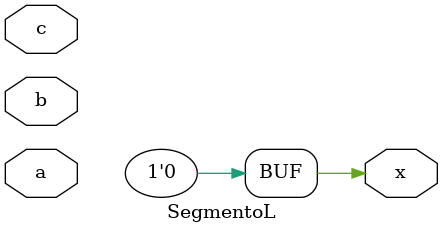
<source format=sv>
module SegmentoL(a,b,c,x);
   input a,b,c;
  output x;
  
  assign x=0;
  
endmodule
</source>
